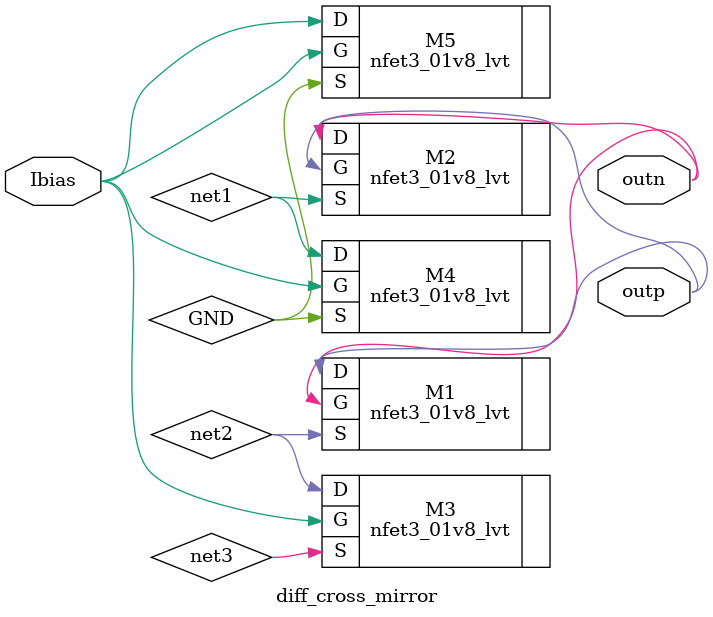
<source format=v>
module diff_cross_mirror (
  output wire outn,
  output wire outp,
  input wire Ibias
);

wire net1  ;
wire net2  ;
wire net3  ;
wire GND  ;

nfet3_01v8_lvt
M1 (
 .D( outp ),
 .G( outn ),
 .S( net2 )
);


nfet3_01v8_lvt
M2 (
 .D( outn ),
 .G( outp ),
 .S( net1 )
);


nfet3_01v8_lvt
M4 (
 .D( net1 ),
 .G( Ibias ),
 .S( GND )
);


nfet3_01v8_lvt
M5 (
 .D( Ibias ),
 .G( Ibias ),
 .S( GND )
);


nfet3_01v8_lvt
M3 (
 .D( net2 ),
 .G( Ibias ),
 .S( net3 )
);

endmodule

</source>
